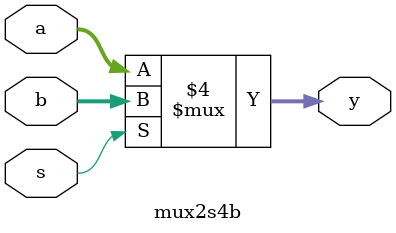
<source format=v>
module mux2s4b(s,a,b,y);
input s; //Entrada de selección
input [3:0] a,b; //Entradas de 4-bit
output reg [3:0] y; //Salida de 4-bit
always @(*) //Se activa con cualquier cambio
  if (s == 0) y = a; //Primera asignación
  else y = b; //Segunda asignación
endmodule
</source>
